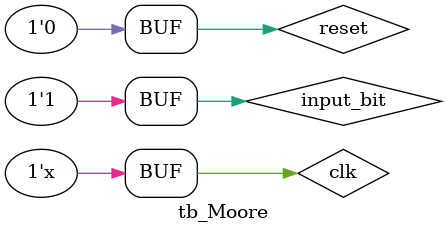
<source format=v>
`timescale 1ns / 1ps


module tb_Moore;
    reg input_bit;
    reg clk = 0;
    reg reset = 0;
    wire detected;
    always #5 clk=~clk;
    
    Moore uut (.input_bit(input_bit), .clk(clk), .reset(reset), .detected(detected));
initial begin
    #10 input_bit<=1;
    #10 input_bit<=0;
    #10 input_bit<=1;
    #10 input_bit<=0;
    #10 input_bit<=1;
    #10 input_bit<=1;
    
end
endmodule

</source>
